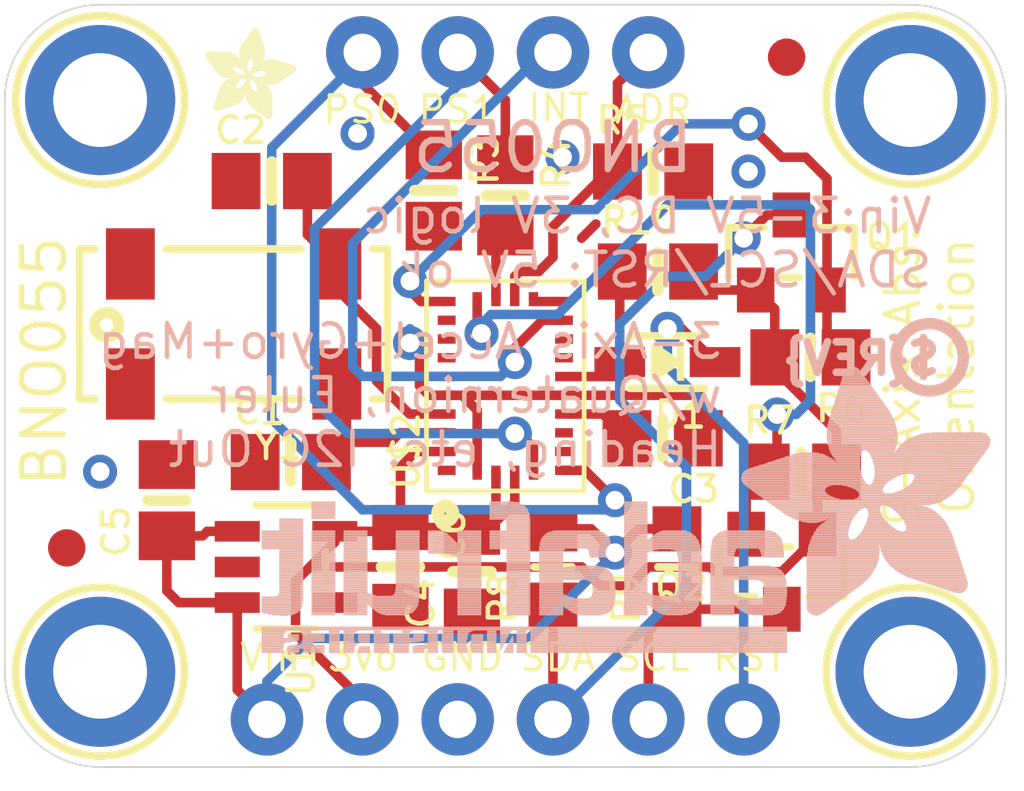
<source format=kicad_pcb>
(kicad_pcb (version 20240108) (generator "pcbnew") (generator_version "8.0")
  (layers (0 "F.Cu" signal) (31 "B.Cu" signal) (34 "B.Paste" user) (35 "F.Paste" user) (36 "B.SilkS" user "B.Silkscreen") (37 "F.SilkS" user "F.Silkscreen") (38 "B.Mask" user) (39 "F.Mask" user) (44 "Edge.Cuts" user))
  (net 0 "")
  (net 1 "PS1_3V")
  (net 2 "PS0_3V")
  (net 3 "NRESET_3V")
  (net 4 "INT_3V")
  (net 5 "GND")
  (net 6 "I2CADDR_3V")
  (net 7 "SDA_3V")
  (net 8 "SCL_3V")
  (net 9 "N$1")
  (net 10 "N$2")
  (net 11 "N$3")
  (net 12 "5.0V")
  (net 13 "SDA_5V")
  (net 14 "SCL_5V")
  (net 15 "3.3V")
  (net 16 "RST_5V")
  (footprint "Adafruit BNO055:SOT23-5" (layer "F.Cu") (at 142.6591 109.8296 -90)
    (property "Reference" "U1" (at 1.978 0 90) (layer "F.SilkS") (effects (font (size 0.692831 0.692831) (thickness 0.119969)) (justify right top)))
    (property "Value" "MIC5225-3.3")
    (pad "1" smd rect (at -0.95 1.3001 270) (size 0.55 1.2) (layers "F.Cu" "F.Paste" "F.Mask") (net 12 "5.0V"))
    (pad "2" smd rect (at 0 1.3001 270) (size 0.55 1.2) (layers "F.Cu" "F.Paste" "F.Mask") (net 5 "GND"))
    (pad "3" smd rect (at 0.95 1.3001 270) (size 0.55 1.2) (layers "F.Cu" "F.Paste" "F.Mask") (net 12 "5.0V"))
    (pad "4" smd rect (at 0.95 -1.3001 270) (size 0.55 1.2) (layers "F.Cu" "F.Paste" "F.Mask"))
    (pad "5" smd rect (at -0.95 -1.3001 270) (size 0.55 1.2) (layers "F.Cu" "F.Paste" "F.Mask") (net 15 "3.3V"))
  )
  (footprint "Adafruit BNO055:MOUNTINGHOLE_2.5_PLATED_THICK" (layer "F.Cu") (at 137.7061 97.3836)
    (property "Reference" "U$29" (hide yes))
    (property "Value" "MOUNTINGHOLE2.5_THICK" (hide yes))
    (pad "P$1" thru_hole circle (at 0 0) (size 4 4) (drill 2.5) (layers "*.Cu" "*.Mask"))
  )
  (footprint "Adafruit BNO055:0805-NO" (layer "F.Cu") (at 152.5651 101.9556)
    (property "Reference" "R10" (at -1.5875 -0.9525 0) (layer "F.SilkS") (effects (font (size 0.692831 0.692831) (thickness 0.119969)) (justify left bottom)))
    (property "Value" "10K")
    (pad "1" smd rect (at -0.95 0) (size 1.3 1.5) (layers "F.Cu" "F.Paste" "F.Mask") (net 3 "NRESET_3V"))
    (pad "2" smd rect (at 0.95 0) (size 1.3 1.5) (layers "F.Cu" "F.Paste" "F.Mask") (net 15 "3.3V"))
  )
  (footprint "Adafruit BNO055:0805-NO" (layer "F.Cu") (at 152.4381 99.2886)
    (property "Reference" "R5" (at -1.5875 -0.9525 0) (layer "F.SilkS") (effects (font (size 0.692831 0.692831) (thickness 0.119969)) (justify left bottom)))
    (property "Value" "10K")
    (pad "1" smd rect (at -0.95 0) (size 1.3 1.5) (layers "F.Cu" "F.Paste" "F.Mask") (net 6 "I2CADDR_3V"))
    (pad "2" smd rect (at 0.95 0) (size 1.3 1.5) (layers "F.Cu" "F.Paste" "F.Mask") (net 5 "GND"))
  )
  (footprint "Adafruit BNO055:1X04_ROUND_76" (layer "F.Cu") (at 148.5011 96.1136)
    (property "Reference" "JP2" (hide yes))
    (property "Value" "")
    (pad "1" thru_hole circle (at -3.81 0 90) (size 1.9304 1.9304) (drill 1) (layers "*.Cu" "*.Mask") (net 2 "PS0_3V"))
    (pad "2" thru_hole circle (at -1.27 0 90) (size 1.9304 1.9304) (drill 1) (layers "*.Cu" "*.Mask") (net 1 "PS1_3V"))
    (pad "3" thru_hole circle (at 1.27 0 90) (size 1.9304 1.9304) (drill 1) (layers "*.Cu" "*.Mask") (net 4 "INT_3V"))
    (pad "4" thru_hole circle (at 3.81 0 90) (size 1.9304 1.9304) (drill 1) (layers "*.Cu" "*.Mask") (net 6 "I2CADDR_3V"))
  )
  (footprint "Adafruit BNO055:0805-NO" (layer "F.Cu") (at 142.7861 107.0356)
    (property "Reference" "C1" (at -1.5875 -0.9525 0) (layer "F.SilkS") (effects (font (size 0.692831 0.692831) (thickness 0.119969)) (justify left bottom)))
    (property "Value" "22pF")
    (pad "1" smd rect (at -0.95 0) (size 1.3 1.5) (layers "F.Cu" "F.Paste" "F.Mask") (net 5 "GND"))
    (pad "2" smd rect (at 0.95 0) (size 1.3 1.5) (layers "F.Cu" "F.Paste" "F.Mask") (net 9 "N$1"))
  )
  (footprint "Adafruit BNO055:0805_10MGAP" (layer "F.Cu") (at 147.6121 109.9566 90)
    (property "Reference" "C4" (at -1.5875 -0.9525 90) (layer "F.SilkS") (effects (font (size 0.692831 0.692831) (thickness 0.119969)) (justify left bottom)))
    (property "Value" "0.1uF")
    (pad "1" smd rect (at -1.05 0 90) (size 1.2 1.5) (layers "F.Cu" "F.Paste" "F.Mask") (net 5 "GND"))
    (pad "2" smd rect (at 1.05 0 90) (size 1.2 1.5) (layers "F.Cu" "F.Paste" "F.Mask") (net 15 "3.3V"))
  )
  (footprint "Adafruit BNO055:0805-NO" (layer "F.Cu") (at 139.4841 108.0516 90)
    (property "Reference" "C5" (at -1.5875 -0.9525 90) (layer "F.SilkS") (effects (font (size 0.692831 0.692831) (thickness 0.119969)) (justify left bottom)))
    (property "Value" "10uF")
    (pad "1" smd rect (at -0.95 0 90) (size 1.3 1.5) (layers "F.Cu" "F.Paste" "F.Mask") (net 12 "5.0V"))
    (pad "2" smd rect (at 0.95 0 90) (size 1.3 1.5) (layers "F.Cu" "F.Paste" "F.Mask") (net 5 "GND"))
  )
  (footprint "Adafruit BNO055:ADAFRUIT_2.5MM" (layer "F.Cu") (at 140.5001 97.8916)
    (property "Reference" "U$33" (hide yes))
    (property "Value" "" (hide yes))
  )
  (footprint "Adafruit BNO055:_0805MP" (layer "F.Cu") (at 153.0731 109.8296 90)
    (property "Reference" "R9" (at -1.5875 -0.9525 90) (layer "F.SilkS") (effects (font (size 0.692831 0.692831) (thickness 0.119969)) (justify left bottom)))
    (property "Value" "10K")
    (pad "1" smd rect (at -1.016 0 90) (size 1.2 1.3) (layers "F.Cu" "F.Paste" "F.Mask") (net 14 "SCL_5V"))
    (pad "2" smd rect (at 1.016 0 90) (size 1.2 1.3) (layers "F.Cu" "F.Paste" "F.Mask") (net 12 "5.0V"))
  )
  (footprint "Adafruit BNO055:SOT23-WIDE" (layer "F.Cu") (at 156.1211 101.4476)
    (property "Reference" "Q1" (at 1.905 0 0) (layer "F.SilkS") (effects (font (size 0.692831 0.692831) (thickness 0.119969)) (justify left bottom)))
    (property "Value" "BSS138")
    (pad "1" smd rect (at -0.95 1) (size 1 1.2) (layers "F.Cu" "F.Paste" "F.Mask") (net 15 "3.3V"))
    (pad "2" smd rect (at 0.95 1) (size 1 1.2) (layers "F.Cu" "F.Paste" "F.Mask") (net 7 "SDA_3V"))
    (pad "3" smd rect (at 0 -1) (size 1 1.2) (layers "F.Cu" "F.Paste" "F.Mask") (net 13 "SDA_5V"))
  )
  (footprint "Adafruit BNO055:1X06_ROUND_76" (layer "F.Cu") (at 148.5011 113.8936)
    (property "Reference" "JP1" (hide yes))
    (property "Value" "")
    (pad "1" thru_hole circle (at -6.35 0 90) (size 1.9304 1.9304) (drill 1) (layers "*.Cu" "*.Mask") (net 12 "5.0V"))
    (pad "2" thru_hole circle (at -3.81 0 90) (size 1.9304 1.9304) (drill 1) (layers "*.Cu" "*.Mask") (net 15 "3.3V"))
    (pad "3" thru_hole circle (at -1.27 0 90) (size 1.9304 1.9304) (drill 1) (layers "*.Cu" "*.Mask") (net 5 "GND"))
    (pad "4" thru_hole circle (at 1.27 0 90) (size 1.9304 1.9304) (drill 1) (layers "*.Cu" "*.Mask") (net 13 "SDA_5V"))
    (pad "5" thru_hole circle (at 3.81 0 90) (size 1.9304 1.9304) (drill 1) (layers "*.Cu" "*.Mask") (net 14 "SCL_5V"))
    (pad "6" thru_hole circle (at 6.35 0 90) (size 1.9304 1.9304) (drill 1) (layers "*.Cu" "*.Mask") (net 16 "RST_5V"))
  )
  (footprint "Adafruit BNO055:MOUNTINGHOLE_2.5_PLATED_THICK" (layer "F.Cu") (at 137.7061 112.6236)
    (property "Reference" "U$30" (hide yes))
    (property "Value" "MOUNTINGHOLE2.5_THICK" (hide yes))
    (pad "P$1" thru_hole circle (at 0 0) (size 4 4) (drill 2.5) (layers "*.Cu" "*.Mask"))
  )
  (footprint "Adafruit BNO055:0805-NO" (layer "F.Cu") (at 156.6291 104.2416 180)
    (property "Reference" "R6" (at -1.5875 -0.9525 0) (layer "F.SilkS") (effects (font (size 0.692831 0.692831) (thickness 0.119969)) (justify right top)))
    (property "Value" "10K")
    (pad "1" smd rect (at -0.95 0 180) (size 1.3 1.5) (layers "F.Cu" "F.Paste" "F.Mask") (net 7 "SDA_3V"))
    (pad "2" smd rect (at 0.95 0 180) (size 1.3 1.5) (layers "F.Cu" "F.Paste" "F.Mask") (net 15 "3.3V"))
  )
  (footprint "Adafruit BNO055:0805-NO" (layer "F.Cu") (at 148.5011 99.9236 -90)
    (property "Reference" "R4" (at -1.5875 -0.9525 90) (layer "F.SilkS") (effects (font (size 0.692831 0.692831) (thickness 0.119969)) (justify right top)))
    (property "Value" "10K")
    (pad "1" smd rect (at -0.95 0 270) (size 1.3 1.5) (layers "F.Cu" "F.Paste" "F.Mask") (net 1 "PS1_3V"))
    (pad "2" smd rect (at 0.95 0 270) (size 1.3 1.5) (layers "F.Cu" "F.Paste" "F.Mask") (net 5 "GND"))
  )
  (footprint "Adafruit BNO055:CRYSTAL_8X3.8" (layer "F.Cu") (at 141.2621 103.3526 180)
    (property "Reference" "Y1" (at -1.9 -2.854 0) (layer "F.SilkS") (effects (font (size 0.692831 0.692831) (thickness 0.119969)) (justify right top)))
    (property "Value" "32.768kHz")
    (pad "P$1" smd rect (at -2.75 1.6 180) (size 1.3 1.9) (layers "F.Cu" "F.Paste" "F.Mask") (net 10 "N$2"))
    (pad "P$2" smd rect (at 2.75 1.6 180) (size 1.3 1.9) (layers "F.Cu" "F.Paste" "F.Mask"))
    (pad "P$3" smd rect (at 2.75 -1.6 180) (size 1.3 1.9) (layers "F.Cu" "F.Paste" "F.Mask"))
    (pad "P$4" smd rect (at -2.75 -1.6 180) (size 1.3 1.9) (layers "F.Cu" "F.Paste" "F.Mask") (net 9 "N$1"))
  )
  (footprint "Adafruit BNO055:FIDUCIAL_1MM" (layer "F.Cu") (at 136.8171 109.3216)
    (property "Reference" "FID2" (hide yes))
    (property "Value" "FIDUCIAL\"\"" (hide yes))
    (pad "1" smd roundrect (at 0 0) (size 1 1) (layers "F.Cu" "F.Mask") (roundrect_rratio 0.5))
  )
  (footprint "Adafruit BNO055:FIDUCIAL_1MM" (layer "F.Cu") (at 155.9941 96.2406)
    (property "Reference" "FID1" (hide yes))
    (property "Value" "FIDUCIAL\"\"" (hide yes))
    (pad "1" smd roundrect (at 0 0) (size 1 1) (layers "F.Cu" "F.Mask") (roundrect_rratio 0.5))
  )
  (footprint "Adafruit BNO055:0805-NO" (layer "F.Cu") (at 142.2781 99.5426)
    (property "Reference" "C2" (at -1.5875 -0.9525 0) (layer "F.SilkS") (effects (font (size 0.692831 0.692831) (thickness 0.119969)) (justify left bottom)))
    (property "Value" "22pF")
    (pad "1" smd rect (at -0.95 0) (size 1.3 1.5) (layers "F.Cu" "F.Paste" "F.Mask") (net 5 "GND"))
    (pad "2" smd rect (at 0.95 0) (size 1.3 1.5) (layers "F.Cu" "F.Paste" "F.Mask") (net 10 "N$2"))
  )
  (footprint "Adafruit BNO055:SOD-323" (layer "F.Cu") (at 152.8191 104.3686 180)
    (property "Reference" "D1" (at -1.1 -1 0) (layer "F.SilkS") (effects (font (size 0.692831 0.692831) (thickness 0.119969)) (justify right top)))
    (property "Value" "1n4148")
    (pad "A" smd rect (at 1.27 0 180) (size 1.35 0.8) (layers "F.Cu" "F.Paste" "F.Mask") (net 3 "NRESET_3V"))
    (pad "C" smd rect (at -1.27 0 180) (size 1.35 0.8) (layers "F.Cu" "F.Paste" "F.Mask") (net 16 "RST_5V"))
  )
  (footprint "Adafruit BNO055:_0805MP" (layer "F.Cu") (at 149.7711 109.8296 90)
    (property "Reference" "R8" (at -1.5875 -0.9525 90) (layer "F.SilkS") (effects (font (size 0.692831 0.692831) (thickness 0.119969)) (justify left bottom)))
    (property "Value" "10K")
    (pad "1" smd rect (at -1.016 0 90) (size 1.2 1.3) (layers "F.Cu" "F.Paste" "F.Mask") (net 13 "SDA_5V"))
    (pad "2" smd rect (at 1.016 0 90) (size 1.2 1.3) (layers "F.Cu" "F.Paste" "F.Mask") (net 12 "5.0V"))
  )
  (footprint "Adafruit BNO055:MOUNTINGHOLE_2.5_PLATED_THICK" (layer "F.Cu") (at 159.2961 112.6236)
    (property "Reference" "U$32" (hide yes))
    (property "Value" "MOUNTINGHOLE2.5_THICK" (hide yes))
    (pad "P$1" thru_hole circle (at 0 0) (size 4 4) (drill 2.5) (layers "*.Cu" "*.Mask"))
  )
  (footprint "Adafruit BNO055:BNO055" (layer "F.Cu") (at 148.5011 105.0036 90)
    (property "Reference" "U$2" (at -2.84 -2.248 90) (layer "F.SilkS") (effects (font (size 0.692831 0.692831) (thickness 0.119969)) (justify left bottom)))
    (property "Value" "BNO055")
    (pad "1" smd rect (at -2.25 -1.5625 90) (size 0.25 0.475) (layers "F.Cu" "F.Paste" "F.Mask"))
    (pad "2" smd rect (at -2.3125 -0.75 90) (size 0.375 0.25) (layers "F.Cu" "F.Paste" "F.Mask") (net 5 "GND"))
    (pad "3" smd rect (at -2.3125 -0.25 90) (size 0.375 0.25) (layers "F.Cu" "F.Paste" "F.Mask") (net 15 "3.3V"))
    (pad "4" smd rect (at -2.3125 0.25 90) (size 0.375 0.25) (layers "F.Cu" "F.Paste" "F.Mask") (net 15 "3.3V"))
    (pad "5" smd rect (at -2.3125 0.75 90) (size 0.375 0.25) (layers "F.Cu" "F.Paste" "F.Mask") (net 1 "PS1_3V"))
    (pad "6" smd rect (at -2.25 1.5625 90) (size 0.25 0.475) (layers "F.Cu" "F.Paste" "F.Mask") (net 2 "PS0_3V"))
    (pad "7" smd rect (at -1.75 1.5625 90) (size 0.25 0.475) (layers "F.Cu" "F.Paste" "F.Mask"))
    (pad "8" smd rect (at -1.25 1.5625 90) (size 0.25 0.475) (layers "F.Cu" "F.Paste" "F.Mask"))
    (pad "9" smd rect (at -0.75 1.5625 90) (size 0.25 0.475) (layers "F.Cu" "F.Paste" "F.Mask") (net 11 "N$3"))
    (pad "10" smd rect (at -0.25 1.5625 90) (size 0.25 0.475) (layers "F.Cu" "F.Paste" "F.Mask") (net 5 "GND"))
    (pad "11" smd rect (at 0.25 1.5625 90) (size 0.25 0.475) (layers "F.Cu" "F.Paste" "F.Mask") (net 3 "NRESET_3V"))
    (pad "12" smd rect (at 0.75 1.5625 90) (size 0.25 0.475) (layers "F.Cu" "F.Paste" "F.Mask"))
    (pad "13" smd rect (at 1.25 1.5625 90) (size 0.25 0.475) (layers "F.Cu" "F.Paste" "F.Mask"))
    (pad "14" smd rect (at 1.75 1.5625 90) (size 0.25 0.475) (layers "F.Cu" "F.Paste" "F.Mask") (net 4 "INT_3V"))
    (pad "15" smd rect (at 2.25 1.5625 90) (size 0.25 0.475) (layers "F.Cu" "F.Paste" "F.Mask") (net 5 "GND"))
    (pad "16" smd rect (at 2.3125 0.75 90) (size 0.375 0.25) (layers "F.Cu" "F.Paste" "F.Mask") (net 5 "GND"))
    (pad "17" smd rect (at 2.3125 0.25 90) (size 0.375 0.25) (layers "F.Cu" "F.Paste" "F.Mask") (net 6 "I2CADDR_3V"))
    (pad "18" smd rect (at 2.3125 -0.25 90) (size 0.375 0.25) (layers "F.Cu" "F.Paste" "F.Mask") (net 5 "GND"))
    (pad "19" smd rect (at 2.3125 -0.75 90) (size 0.375 0.25) (layers "F.Cu" "F.Paste" "F.Mask") (net 8 "SCL_3V"))
    (pad "20" smd rect (at 2.25 -1.5625 90) (size 0.25 0.475) (layers "F.Cu" "F.Paste" "F.Mask") (net 7 "SDA_3V"))
    (pad "21" smd rect (at 1.75 -1.5625 90) (size 0.25 0.475) (layers "F.Cu" "F.Paste" "F.Mask"))
    (pad "22" smd rect (at 1.25 -1.5625 90) (size 0.25 0.475) (layers "F.Cu" "F.Paste" "F.Mask"))
    (pad "23" smd rect (at 0.75 -1.5625 90) (size 0.25 0.475) (layers "F.Cu" "F.Paste" "F.Mask"))
    (pad "24" smd rect (at 0.25 -1.5625 90) (size 0.25 0.475) (layers "F.Cu" "F.Paste" "F.Mask"))
    (pad "25" smd rect (at -0.25 -1.5625 90) (size 0.25 0.475) (layers "F.Cu" "F.Paste" "F.Mask") (net 5 "GND"))
    (pad "26" smd rect (at -0.75 -1.5625 90) (size 0.25 0.475) (layers "F.Cu" "F.Paste" "F.Mask") (net 10 "N$2"))
    (pad "27" smd rect (at -1.25 -1.5625 90) (size 0.25 0.475) (layers "F.Cu" "F.Paste" "F.Mask") (net 9 "N$1"))
    (pad "28" smd rect (at -1.75 -1.5625 90) (size 0.25 0.475) (layers "F.Cu" "F.Paste" "F.Mask") (net 15 "3.3V"))
  )
  (footprint "Adafruit BNO055:MOUNTINGHOLE_2.5_PLATED_THICK" (layer "F.Cu") (at 159.2961 97.3836)
    (property "Reference" "U$31" (hide yes))
    (property "Value" "MOUNTINGHOLE2.5_THICK" (hide yes))
    (pad "P$1" thru_hole circle (at 0 0) (size 4 4) (drill 2.5) (layers "*.Cu" "*.Mask"))
  )
  (footprint "Adafruit BNO055:SOT23-WIDE" (layer "F.Cu") (at 155.8671 109.9566 180)
    (property "Reference" "Q2" (at 1.905 0 0) (layer "F.SilkS") (effects (font (size 0.692831 0.692831) (thickness 0.119969)) (justify right top)))
    (property "Value" "BSS138")
    (pad "1" smd rect (at -0.95 1 180) (size 1 1.2) (layers "F.Cu" "F.Paste" "F.Mask") (net 15 "3.3V"))
    (pad "2" smd rect (at 0.95 1 180) (size 1 1.2) (layers "F.Cu" "F.Paste" "F.Mask") (net 8 "SCL_3V"))
    (pad "3" smd rect (at 0 -1 180) (size 1 1.2) (layers "F.Cu" "F.Paste" "F.Mask") (net 14 "SCL_5V"))
  )
  (footprint "Adafruit BNO055:0805-NO" (layer "F.Cu") (at 146.5961 99.7966 -90)
    (property "Reference" "R3" (at -1.5875 -0.9525 90) (layer "F.SilkS") (effects (font (size 0.692831 0.692831) (thickness 0.119969)) (justify right top)))
    (property "Value" "10K")
    (pad "1" smd rect (at -0.95 0 270) (size 1.3 1.5) (layers "F.Cu" "F.Paste" "F.Mask") (net 2 "PS0_3V"))
    (pad "2" smd rect (at 0.95 0 270) (size 1.3 1.5) (layers "F.Cu" "F.Paste" "F.Mask") (net 5 "GND"))
  )
  (footprint "Adafruit BNO055:0805-NO" (layer "F.Cu") (at 152.6921 106.4006 180)
    (property "Reference" "C3" (at -1.5875 -0.9525 0) (layer "F.SilkS") (effects (font (size 0.692831 0.692831) (thickness 0.119969)) (justify right top)))
    (property "Value" "0.1uF")
    (pad "1" smd rect (at -0.95 0 180) (size 1.3 1.5) (layers "F.Cu" "F.Paste" "F.Mask") (net 5 "GND"))
    (pad "2" smd rect (at 0.95 0 180) (size 1.3 1.5) (layers "F.Cu" "F.Paste" "F.Mask") (net 11 "N$3"))
  )
  (footprint "Adafruit BNO055:0805-NO" (layer "F.Cu") (at 156.3751 107.2896)
    (property "Reference" "R7" (at -1.5875 -0.9525 0) (layer "F.SilkS") (effects (font (size 0.692831 0.692831) (thickness 0.119969)) (justify left bottom)))
    (property "Value" "10K")
    (pad "1" smd rect (at -0.95 0) (size 1.3 1.5) (layers "F.Cu" "F.Paste" "F.Mask") (net 8 "SCL_3V"))
    (pad "2" smd rect (at 0.95 0) (size 1.3 1.5) (layers "F.Cu" "F.Paste" "F.Mask") (net 15 "3.3V"))
  )
  (footprint "Adafruit BNO055:0805_10MGAP" (layer "F.Cu") (at 145.7071 109.8296 -90)
    (property "Reference" "C6" (at -1.5875 -0.9525 90) (layer "F.SilkS") (effects (font (size 0.692831 0.692831) (thickness 0.119969)) (justify right top)))
    (property "Value" "10uF")
    (pad "1" smd rect (at -1.05 0 270) (size 1.2 1.5) (layers "F.Cu" "F.Paste" "F.Mask") (net 15 "3.3V"))
    (pad "2" smd rect (at 1.05 0 270) (size 1.2 1.5) (layers "F.Cu" "F.Paste" "F.Mask") (net 5 "GND"))
  )
  (footprint "Adafruit BNO055:ADAFRUIT_TEXT_20MM" (layer "B.Cu") (at 161.5821 112.1156 180)
    (property "Reference" "U$28" (hide yes))
    (property "Value" "" (hide yes))
  )
  (footprint "Adafruit BNO055:PCBFEAT-REV-040" (layer "B.Cu") (at 159.8041 104.2416 180)
    (property "Reference" "U$3" (hide yes))
    (property "Value" "" (hide yes))
    (fp_text user "${REV}" (at -0.3556 -0.508 0) (layer "B.SilkS") (effects (font (size 0.8128 0.8128) (thickness 0.2032)) (justify left bottom mirror)))
  )
  (gr_line (start 137.7061 94.8436) (end 159.2961 94.8436) (stroke (width 0.05)) (layer "Edge.Cuts"))
  (gr_arc (start 135.1661 97.3836) (mid 135.910049 95.587549) (end 137.7061 94.8436) (stroke (width 0.05)) (layer "Edge.Cuts"))
  (gr_line (start 159.2961 115.1636) (end 137.7061 115.1636) (stroke (width 0.05)) (layer "Edge.Cuts"))
  (gr_arc (start 161.8361 112.6236) (mid 161.092151 114.419651) (end 159.2961 115.1636) (stroke (width 0.05)) (layer "Edge.Cuts"))
  (gr_line (start 161.8361 97.3836) (end 161.8361 112.6236) (stroke (width 0.05)) (layer "Edge.Cuts"))
  (gr_arc (start 137.7061 115.1636) (mid 135.910049 114.419651) (end 135.1661 112.6236) (stroke (width 0.05)) (layer "Edge.Cuts"))
  (gr_line (start 135.1661 112.6236) (end 135.1661 97.3836) (stroke (width 0.05)) (layer "Edge.Cuts"))
  (gr_arc (start 159.2961 94.8436) (mid 161.092151 95.587549) (end 161.8361 97.3836) (stroke (width 0.05)) (layer "Edge.Cuts"))
  (gr_text "Vin:3-5V DC, 3V logic\nSDA/SCL/RST: 5V ok" (at 159.9311 101.1936 0) (layer "B.SilkS") (effects (font (size 0.89408 0.89408) (thickness 0.12192)) (justify left mirror)))
  (gr_text "BNO055" (at 149.7711 98.6536 0) (layer "B.SilkS") (effects (font (size 1.251712 1.251712) (thickness 0.170688)) (justify mirror)))
  (gr_text "3-Axis Accel+Gyro+Mag\nw/Quaternion, Euler\nHeading, etc. I2C Out" (at 154.3431 105.2576 0) (layer "B.SilkS") (effects (font (size 0.89408 0.89408) (thickness 0.12192)) (justify left mirror)))
  (gr_text "INT" (at 149.9241 97.5896 0) (layer "F.SilkS") (effects (font (size 0.715264 0.715264) (thickness 0.097536))))
  (gr_text "RST" (at 155.0131 112.2426 0) (layer "F.SilkS") (effects (font (size 0.715264 0.715264) (thickness 0.097536))))
  (gr_text "SDA" (at 149.8931 112.2426 0) (layer "F.SilkS") (effects (font (size 0.715264 0.715264) (thickness 0.097536))))
  (gr_text "Vin" (at 142.2401 112.2426 0) (layer "F.SilkS") (effects (font (size 0.715264 0.715264) (thickness 0.097536))))
  (gr_text "3vo" (at 144.7131 112.2426 0) (layer "F.SilkS") (effects (font (size 0.715264 0.715264) (thickness 0.097536))))
  (gr_text "PS0" (at 144.6861 97.6376 0) (layer "F.SilkS") (effects (font (size 0.715264 0.715264) (thickness 0.097536))))
  (gr_text "9-Axis Abs.\nOrientation" (at 159.8041 104.7496 90) (layer "F.SilkS") (effects (font (size 0.89408 0.89408) (thickness 0.12192))))
  (gr_text "GND" (at 147.3531 112.2426 0) (layer "F.SilkS") (effects (font (size 0.715264 0.715264) (thickness 0.097536))))
  (gr_text "ADR" (at 152.4471 97.6376 0) (layer "F.SilkS") (effects (font (size 0.715264 0.715264) (thickness 0.097536))))
  (gr_text "PS1" (at 147.2261 97.6376 0) (layer "F.SilkS") (effects (font (size 0.715264 0.715264) (thickness 0.097536))))
  (gr_text "BNO055" (at 136.2161 104.3466 90) (layer "F.SilkS") (effects (font (size 1.1176 1.1176) (thickness 0.1524))))
  (gr_text "SCL" (at 152.4331 112.2426 0) (layer "F.SilkS") (effects (font (size 0.715264 0.715264) (thickness 0.097536))))
  (segment (start 148.8821 106.2736) (end 148.7551 106.2736) (width 0.254) (layer "F.Cu") (net 1))
  (segment (start 149.2511 107.3161) (end 149.2511 106.6426) (width 0.254) (layer "F.Cu") (net 1))
  (segment (start 148.5011 97.3836) (end 148.5011 98.9736) (width 0.254) (layer "F.Cu") (net 1))
  (segment (start 147.2311 96.1136) (end 148.5011 97.3836) (width 0.254) (layer "F.Cu") (net 1))
  (segment (start 149.2511 106.6426) (end 148.8821 106.2736) (width 0.254) (layer "F.Cu") (net 1))
  (via (at 148.7551 106.2736) (size 0.9064) (drill 0.5) (layers "F.Cu" "B.Cu") (net 1))
  (segment (start 143.4211 105.3846) (end 143.4211 100.8126) (width 0.254) (layer "B.Cu") (net 1))
  (segment (start 148.7551 106.2736) (end 144.3101 106.2736) (width 0.254) (layer "B.Cu") (net 1))
  (segment (start 143.4211 100.8126) (end 147.2311 97.0026) (width 0.254) (layer "B.Cu") (net 1))
  (segment (start 144.3101 106.2736) (end 143.4211 105.3846) (width 0.254) (layer "B.Cu") (net 1))
  (segment (start 147.2311 97.0026) (end 147.2311 96.1136) (width 0.254) (layer "B.Cu") (net 1))
  (segment (start 144.6911 96.1136) (end 144.6911 96.9416) (width 0.254) (layer "F.Cu") (net 2))
  (segment (start 150.6241 107.2536) (end 151.4221 108.0516) (width 0.254) (layer "F.Cu") (net 2))
  (segment (start 150.0636 107.2536) (end 150.6241 107.2536) (width 0.254) (layer "F.Cu") (net 2))
  (segment (start 144.6911 96.9416) (end 146.5961 98.8466) (width 0.254) (layer "F.Cu") (net 2))
  (via (at 151.4221 108.0516) (size 0.9064) (drill 0.5) (layers "F.Cu" "B.Cu") (net 2))
  (segment (start 142.2781 98.6536) (end 142.2781 105.8926) (width 0.254) (layer "B.Cu") (net 2))
  (segment (start 144.6911 96.2406) (end 142.2781 98.6536) (width 0.254) (layer "B.Cu") (net 2))
  (segment (start 144.6911 108.3056) (end 151.1681 108.3056) (width 0.254) (layer "B.Cu") (net 2))
  (segment (start 142.2781 105.8926) (end 144.6911 108.3056) (width 0.254) (layer "B.Cu") (net 2))
  (segment (start 144.6911 96.1136) (end 144.6911 96.2406) (width 0.254) (layer "B.Cu") (net 2))
  (segment (start 151.1681 108.3056) (end 151.4221 108.0516) (width 0.254) (layer "B.Cu") (net 2))
  (segment (start 151.4181 104.7536) (end 151.5491 104.6226) (width 0.254) (layer "F.Cu") (net 3))
  (segment (start 151.6151 101.9556) (end 151.5491 101.8896) (width 0.254) (layer "F.Cu") (net 3))
  (segment (start 151.5491 101.8896) (end 151.5491 104.3686) (width 0.254) (layer "F.Cu") (net 3))
  (segment (start 150.0636 104.7536) (end 151.4181 104.7536) (width 0.254) (layer "F.Cu") (net 3))
  (segment (start 151.5491 104.6226) (end 151.5491 104.3686) (width 0.254) (layer "F.Cu") (net 3))
  (segment (start 150.0636 103.2536) (end 149.4891 103.2536) (width 0.254) (layer "F.Cu") (net 4))
  (segment (start 148.7551 103.9876) (end 148.7551 104.3686) (width 0.254) (layer "F.Cu") (net 4))
  (segment (start 149.4891 103.2536) (end 148.7551 103.9876) (width 0.254) (layer "F.Cu") (net 4))
  (via (at 148.7551 104.3686) (size 0.9064) (drill 0.5) (layers "F.Cu" "B.Cu") (net 4))
  (segment (start 144.4371 101.1936) (end 149.5171 96.1136) (width 0.254) (layer "B.Cu") (net 4))
  (segment (start 144.6911 104.7496) (end 148.3741 104.7496) (width 0.254) (layer "B.Cu") (net 4))
  (segment (start 149.5171 96.1136) (end 149.7711 96.1136) (width 0.254) (layer "B.Cu") (net 4))
  (segment (start 144.6911 104.7496) (end 144.4371 104.4956) (width 0.254) (layer "B.Cu") (net 4))
  (segment (start 148.3741 104.7496) (end 148.7551 104.3686) (width 0.254) (layer "B.Cu") (net 4))
  (segment (start 144.4371 104.4956) (end 144.4371 101.1936) (width 0.254) (layer "B.Cu") (net 4))
  (segment (start 150.5331 101.0666) (end 150.9141 100.6856) (width 0.254) (layer "F.Cu") (net 5))
  (segment (start 153.7081 105.2576) (end 153.7081 106.3346) (width 0.254) (layer "F.Cu") (net 5))
  (segment (start 153.7041 105.2536) (end 153.7081 105.2576) (width 0.254) (layer "F.Cu") (net 5))
  (segment (start 148.2511 101.1236) (end 148.5011 100.8736) (width 0.254) (layer "F.Cu") (net 5))
  (segment (start 146.2151 105.0036) (end 146.2151 103.9876) (width 0.254) (layer "F.Cu") (net 5))
  (segment (start 149.2511 102.6911) (end 149.3136 102.7536) (width 0.254) (layer "F.Cu") (net 5))
  (segment (start 147.7511 105.6506) (end 147.4216 105.3211) (width 0.254) (layer "F.Cu") (net 5))
  (segment (start 149.3136 102.7536) (end 150.0636 102.7536) (width 0.254) (layer "F.Cu") (net 5))
  (segment (start 150.0636 105.2536) (end 153.7041 105.2536) (width 0.254) (layer "F.Cu") (net 5))
  (segment (start 153.0731 99.2886) (end 153.3881 99.2886) (width 0.254) (layer "F.Cu") (net 5))
  (segment (start 147.4891 105.2536) (end 147.4216 105.3211) (width 0.254) (layer "F.Cu") (net 5))
  (segment (start 146.9386 105.2536) (end 146.4651 105.2536) (width 0.254) (layer "F.Cu") (net 5))
  (segment (start 150.0636 105.2536) (end 147.4891 105.2536) (width 0.254) (layer "F.Cu") (net 5))
  (segment (start 153.7081 106.3346) (end 153.6421 106.4006) (width 0.254) (layer "F.Cu") (net 5))
  (segment (start 146.4651 105.2536) (end 146.2151 105.0036) (width 0.254) (layer "F.Cu") (net 5))
  (segment (start 147.4216 105.3211) (end 147.3541 105.2536) (width 0.254) (layer "F.Cu") (net 5))
  (segment (start 148.2511 102.6911) (end 148.2511 101.1236) (width 0.254) (layer "F.Cu") (net 5))
  (segment (start 147.7511 107.3161) (end 147.7511 105.6506) (width 0.254) (layer "F.Cu") (net 5))
  (segment (start 147.3541 105.2536) (end 146.9386 105.2536) (width 0.254) (layer "F.Cu") (net 5))
  (via (at 144.5641 98.2726) (size 0.9064) (drill 0.5) (layers "F.Cu" "B.Cu") (net 5))
  (via (at 150.0251 98.9076) (size 0.9064) (drill 0.5) (layers "F.Cu" "B.Cu") (net 5))
  (via (at 154.9781 99.2886) (size 0.9064) (drill 0.5) (layers "F.Cu" "B.Cu") (net 5))
  (via (at 137.7061 107.2896) (size 0.9064) (drill 0.5) (layers "F.Cu" "B.Cu") (net 5))
  (via (at 145.9611 103.8606) (size 0.9064) (drill 0.5) (layers "F.Cu" "B.Cu") (net 5))
  (segment (start 146.0881 103.6066) (end 145.9611 103.4796) (width 0.254) (layer "B.Cu") (net 5))
  (segment (start 149.3901 101.9556) (end 148.8821 101.9556) (width 0.254) (layer "F.Cu") (net 6))
  (segment (start 148.7511 102.0866) (end 148.7511 102.6911) (width 0.254) (layer "F.Cu") (net 6))
  (segment (start 151.2341 99.2886) (end 151.4881 99.2886) (width 0.254) (layer "F.Cu") (net 6))
  (segment (start 149.3901 101.9556) (end 149.7711 101.5746) (width 0.254) (layer "F.Cu") (net 6))
  (segment (start 149.7711 101.5746) (end 149.7711 100.7516) (width 0.254) (layer "F.Cu") (net 6))
  (segment (start 151.4881 96.9366) (end 152.3111 96.1136) (width 0.254) (layer "F.Cu") (net 6))
  (segment (start 148.8821 101.9556) (end 148.7511 102.0866) (width 0.254) (layer "F.Cu") (net 6))
  (segment (start 151.4881 99.2886) (end 151.4881 96.9366) (width 0.254) (layer "F.Cu") (net 6))
  (segment (start 149.7711 100.7516) (end 151.2341 99.2886) (width 0.254) (layer "F.Cu") (net 6))
  (segment (start 146.2511 102.7536) (end 145.9611 102.4636) (width 0.254) (layer "F.Cu") (net 7))
  (segment (start 157.0711 102.4476) (end 157.0711 99.4766) (width 0.254) (layer "F.Cu") (net 7))
  (segment (start 155.8671 98.9076) (end 154.9781 98.0186) (width 0.254) (layer "F.Cu") (net 7))
  (segment (start 146.9386 102.7536) (end 146.2511 102.7536) (width 0.254) (layer "F.Cu") (net 7))
  (segment (start 157.0711 103.7336) (end 157.0711 102.4476) (width 0.254) (layer "F.Cu") (net 7))
  (segment (start 145.9611 102.4636) (end 145.9611 102.2096) (width 0.254) (layer "F.Cu") (net 7))
  (segment (start 156.5021 98.9076) (end 155.8671 98.9076) (width 0.254) (layer "F.Cu") (net 7))
  (segment (start 157.5791 104.2416) (end 157.0711 103.7336) (width 0.254) (layer "F.Cu") (net 7))
  (segment (start 157.0711 99.4766) (end 156.5021 98.9076) (width 0.254) (layer "F.Cu") (net 7))
  (via (at 154.9781 98.0186) (size 0.9064) (drill 0.5) (layers "F.Cu" "B.Cu") (net 7))
  (via (at 145.9611 102.2096) (size 0.9064) (drill 0.5) (layers "F.Cu" "B.Cu") (net 7))
  (segment (start 150.9141 100.3046) (end 153.2001 98.0186) (width 0.254) (layer "B.Cu") (net 7))
  (segment (start 153.2001 98.0186) (end 154.9781 98.0186) (width 0.254) (layer "B.Cu") (net 7))
  (segment (start 147.8661 100.3046) (end 145.9611 102.2096) (width 0.254) (layer "B.Cu") (net 7))
  (segment (start 147.8661 100.3046) (end 150.9141 100.3046) (width 0.254) (layer "B.Cu") (net 7))
  (segment (start 155.7401 107.2236) (end 155.6741 107.2896) (width 0.254) (layer "F.Cu") (net 8))
  (segment (start 147.7511 102.6911) (end 147.7511 103.4916) (width 0.254) (layer "F.Cu") (net 8))
  (segment (start 154.9171 107.7976) (end 154.9171 108.9566) (width 0.254) (layer "F.Cu") (net 8))
  (segment (start 155.7401 105.7656) (end 155.7401 107.2236) (width 0.254) (layer "F.Cu") (net 8))
  (segment (start 147.7511 103.4916) (end 147.8661 103.6066) (width 0.254) (layer "F.Cu") (net 8))
  (segment (start 155.6741 107.2896) (end 155.4251 107.2896) (width 0.254) (layer "F.Cu") (net 8))
  (segment (start 155.4251 107.2896) (end 154.9171 107.7976) (width 0.254) (layer "F.Cu") (net 8))
  (via (at 147.8661 103.6066) (size 0.9064) (drill 0.5) (layers "F.Cu" "B.Cu") (net 8))
  (via (at 155.7401 105.7656) (size 0.9064) (drill 0.5) (layers "F.Cu" "B.Cu") (net 8))
  (segment (start 156.6291 105.3846) (end 156.2481 105.7656) (width 0.254) (layer "B.Cu") (net 8))
  (segment (start 148.1201 103.0986) (end 149.8981 103.0986) (width 0.254) (layer "B.Cu") (net 8))
  (segment (start 147.8661 103.6066) (end 147.8661 103.3526) (width 0.254) (layer "B.Cu") (net 8))
  (segment (start 156.5021 100.1776) (end 156.6291 100.3046) (width 0.254) (layer "B.Cu") (net 8))
  (segment (start 156.6291 100.3046) (end 156.6291 105.3846) (width 0.254) (layer "B.Cu") (net 8))
  (segment (start 156.2481 105.7656) (end 155.7401 105.7656) (width 0.254) (layer "B.Cu") (net 8))
  (segment (start 152.8191 100.1776) (end 156.5021 100.1776) (width 0.254) (layer "B.Cu") (net 8))
  (segment (start 147.8661 103.3526) (end 148.1201 103.0986) (width 0.254) (layer "B.Cu") (net 8))
  (segment (start 149.8981 103.0986) (end 152.8191 100.1776) (width 0.254) (layer "B.Cu") (net 8))
  (segment (start 144.0121 104.9526) (end 144.2661 105.2066) (width 0.254) (layer "F.Cu") (net 9))
  (segment (start 146.9386 106.2536) (end 145.6941 106.2536) (width 0.254) (layer "F.Cu") (net 9))
  (segment (start 145.4421 106.5056) (end 144.2661 106.5056) (width 0.254) (layer "F.Cu") (net 9))
  (segment (start 145.6941 106.2536) (end 145.4421 106.5056) (width 0.254) (layer "F.Cu") (net 9))
  (segment (start 144.2661 105.2066) (end 144.2661 106.5056) (width 0.254) (layer "F.Cu") (net 9))
  (segment (start 144.2661 106.5056) (end 143.7361 107.0356) (width 0.254) (layer "F.Cu") (net 9))
  (segment (start 145.0721 104.8766) (end 145.0721 103.4796) (width 0.254) (layer "F.Cu") (net 10))
  (segment (start 145.0721 103.4796) (end 144.0121 102.4196) (width 0.254) (layer "F.Cu") (net 10))
  (segment (start 143.2281 100.9686) (end 144.0121 101.7526) (width 0.254) (layer "F.Cu") (net 10))
  (segment (start 144.0121 102.4196) (end 144.0121 101.7526) (width 0.254) (layer "F.Cu") (net 10))
  (segment (start 145.9491 105.7536) (end 145.0721 104.8766) (width 0.254) (layer "F.Cu") (net 10))
  (segment (start 146.9386 105.7536) (end 145.9491 105.7536) (width 0.254) (layer "F.Cu") (net 10))
  (segment (start 143.2281 100.9686) (end 143.2281 99.5426) (width 0.254) (layer "F.Cu") (net 10))
  (segment (start 151.0951 105.7536) (end 151.7421 106.4006) (width 0.254) (layer "F.Cu") (net 11))
  (segment (start 150.0636 105.7536) (end 151.0951 105.7536) (width 0.254) (layer "F.Cu") (net 11))
  (segment (start 141.359 108.8796) (end 140.5611 108.8796) (width 0.254) (layer "F.Cu") (net 12))
  (segment (start 140.5611 108.8796) (end 140.4391 109.0016) (width 0.254) (layer "F.Cu") (net 12))
  (segment (start 139.7991 110.7796) (end 139.4841 110.4646) (width 0.254) (layer "F.Cu") (net 12))
  (segment (start 150.7871 108.8136) (end 151.4221 109.4486) (width 0.254) (layer "F.Cu") (net 12))
  (segment (start 139.4841 110.4646) (end 139.4841 109.0016) (width 0.254) (layer "F.Cu") (net 12))
  (segment (start 153.0731 108.8136) (end 152.0571 108.8136) (width 0.254) (layer "F.Cu") (net 12))
  (segment (start 152.0571 108.8136) (end 151.4221 109.4486) (width 0.254) (layer "F.Cu") (net 12))
  (segment (start 142.1511 113.8936) (end 141.359 113.1015) (width 0.254) (layer "F.Cu") (net 12))
  (segment (start 140.4391 109.0016) (end 139.4841 109.0016) (width 0.254) (layer "F.Cu") (net 12))
  (segment (start 141.359 113.1015) (end 141.359 110.7796) (width 0.254) (layer "F.Cu") (net 12))
  (segment (start 149.7711 108.8136) (end 150.7871 108.8136) (width 0.254) (layer "F.Cu") (net 12))
  (segment (start 141.359 110.7796) (end 139.7991 110.7796) (width 0.254) (layer "F.Cu") (net 12))
  (via (at 151.4221 109.4486) (size 0.9064) (drill 0.5) (layers "F.Cu" "B.Cu") (net 12))
  (segment (start 151.4221 109.4486) (end 149.1361 111.7346) (width 0.254) (layer "B.Cu") (net 12))
  (segment (start 149.1361 111.7346) (end 143.2941 111.7346) (width 0.254) (layer "B.Cu") (net 12))
  (segment (start 143.2941 111.7346) (end 142.1511 112.8776) (width 0.254) (layer "B.Cu") (net 12))
  (segment (start 142.1511 112.8776) (end 142.1511 113.8936) (width 0.254) (layer "B.Cu") (net 12))
  (segment (start 154.8511 101.0666) (end 155.4701 100.4476) (width 0.254) (layer "F.Cu") (net 13))
  (segment (start 149.7711 110.8456) (end 149.7711 113.8936) (width 0.254) (layer "F.Cu") (net 13))
  (segment (start 155.4701 100.4476) (end 156.1211 100.4476) (width 0.254) (layer "F.Cu") (net 13))
  (via (at 154.8511 101.0666) (size 0.9064) (drill 0.5) (layers "F.Cu" "B.Cu") (net 13))
  (segment (start 153.8351 102.0826) (end 154.8511 101.0666) (width 0.254) (layer "B.Cu") (net 13))
  (segment (start 153.3271 110.3376) (end 153.3271 107.1626) (width 0.254) (layer "B.Cu") (net 13))
  (segment (start 151.5491 105.3846) (end 151.5491 103.3526) (width 0.254) (layer "B.Cu") (net 13))
  (segment (start 149.7711 113.8936) (end 153.3271 110.3376) (width 0.254) (layer "B.Cu") (net 13))
  (segment (start 153.3271 107.1626) (end 151.5491 105.3846) (width 0.254) (layer "B.Cu") (net 13))
  (segment (start 152.8191 102.0826) (end 153.8351 102.0826) (width 0.254) (layer "B.Cu") (net 13))
  (segment (start 151.5491 103.3526) (end 152.8191 102.0826) (width 0.254) (layer "B.Cu") (net 13))
  (segment (start 153.0071 110.8456) (end 153.0731 110.8456) (width 0.254) (layer "F.Cu") (net 14))
  (segment (start 152.3111 111.5416) (end 153.0071 110.8456) (width 0.254) (layer "F.Cu") (net 14))
  (segment (start 153.1841 110.9566) (end 155.8671 110.9566) (width 0.254) (layer "F.Cu") (net 14))
  (segment (start 153.0731 110.8456) (end 153.1841 110.9566) (width 0.254) (layer "F.Cu") (net 14))
  (segment (start 152.3111 113.8936) (end 152.3111 111.5416) (width 0.254) (layer "F.Cu") (net 14))
  (segment (start 142.9131 110.2106) (end 143.2941 109.8296) (width 0.254) (layer "F.Cu") (net 15))
  (segment (start 156.8171 107.7976) (end 156.8171 108.9566) (width 0.254) (layer "F.Cu") (net 15))
  (segment (start 153.9621 109.8296) (end 154.0891 109.9566) (width 0.254) (layer "F.Cu") (net 15))
  (segment (start 146.1161 106.7536) (end 145.7071 107.1626) (width 0.254) (layer "F.Cu") (net 15))
  (segment (start 148.2511 108.6176) (end 148.7511 108.1176) (width 0.254) (layer "F.Cu") (net 15))
  (segment (start 148.7511 107.3161) (end 148.7511 108.1176) (width 0.254) (layer "F.Cu") (net 15))
  (segment (start 146.9386 106.7536) (end 146.1161 106.7536) (width 0.254) (layer "F.Cu") (net 15))
  (segment (start 154.0891 109.9566) (end 155.8671 109.9566) (width 0.254) (layer "F.Cu") (net 15))
  (segment (start 142.9131 111.6076) (end 142.9131 110.2106) (width 0.254) (layer "F.Cu") (net 15))
  (segment (start 157.3251 107.2896) (end 156.8171 107.7976) (width 0.254) (layer "F.Cu") (net 15))
  (segment (start 155.1711 102.4476) (end 155.6791 102.9556) (width 0.254) (layer "F.Cu") (net 15))
  (segment (start 151.0411 110.3376) (end 151.8031 110.3376) (width 0.254) (layer "F.Cu") (net 15))
  (segment (start 154.0071 102.4476) (end 155.1711 102.4476) (width 0.254) (layer "F.Cu") (net 15))
  (segment (start 157.3251 106.2076) (end 157.3251 107.2896) (width 0.254) (layer "F.Cu") (net 15))
  (segment (start 151.8031 110.3376) (end 152.3111 109.8296) (width 0.254) (layer "F.Cu") (net 15))
  (segment (start 143.2941 109.8296) (end 150.5331 109.8296) (width 0.254) (layer "F.Cu") (net 15))
  (segment (start 143.9592 109.1645) (end 143.9592 108.8796) (width 0.254) (layer "F.Cu") (net 15))
  (segment (start 143.2941 109.8296) (end 143.9592 109.1645) (width 0.254) (layer "F.Cu") (net 15))
  (segment (start 148.2511 108.6176) (end 147.9621 108.9066) (width 0.254) (layer "F.Cu") (net 15))
  (segment (start 145.6071 108.8796) (end 145.7071 108.7796) (width 0.254) (layer "F.Cu") (net 15))
  (segment (start 148.2511 107.3161) (end 148.2511 108.6176) (width 0.254) (layer "F.Cu") (net 15))
  (segment (start 155.6791 102.9556) (end 155.6791 104.2416) (width 0.254) (layer "F.Cu") (net 15))
  (segment (start 157.1981 107.4166) (end 157.3251 107.2896) (width 0.254) (layer "F.Cu") (net 15))
  (segment (start 156.8171 109.0066) (end 156.8171 108.9566) (width 0.254) (layer "F.Cu") (net 15))
  (segment (start 144.6911 113.8936) (end 144.6911 113.3856) (width 0.254) (layer "F.Cu") (net 15))
  (segment (start 155.6791 104.5616) (end 157.3251 106.2076) (width 0.254) (layer "F.Cu") (net 15))
  (segment (start 153.5151 101.9556) (end 154.0071 102.4476) (width 0.254) (layer "F.Cu") (net 15))
  (segment (start 143.9592 108.8796) (end 145.6071 108.8796) (width 0.254) (layer "F.Cu") (net 15))
  (segment (start 155.6791 104.2416) (end 155.6791 104.5616) (width 0.254) (layer "F.Cu") (net 15))
  (segment (start 155.8671 109.9566) (end 156.8171 109.0066) (width 0.254) (layer "F.Cu") (net 15))
  (segment (start 147.4851 108.7796) (end 147.6121 108.9066) (width 0.254) (layer "F.Cu") (net 15))
  (segment (start 152.3111 109.8296) (end 153.9621 109.8296) (width 0.254) (layer "F.Cu") (net 15))
  (segment (start 144.6911 113.3856) (end 142.9131 111.6076) (width 0.254) (layer "F.Cu") (net 15))
  (segment (start 147.9621 108.9066) (end 147.6121 108.9066) (width 0.254) (layer "F.Cu") (net 15))
  (segment (start 145.7071 107.1626) (end 145.7071 108.7796) (width 0.254) (layer "F.Cu") (net 15))
  (segment (start 145.7071 108.7796) (end 147.4851 108.7796) (width 0.254) (layer "F.Cu") (net 15))
  (segment (start 150.5331 109.8296) (end 151.0411 110.3376) (width 0.254) (layer "F.Cu") (net 15))
  (segment (start 154.0891 104.3686) (end 153.2001 103.4796) (width 0.254) (layer "F.Cu") (net 16))
  (segment (start 153.2001 103.4796) (end 152.8191 103.4796) (width 0.254) (layer "F.Cu") (net 16))
  (via (at 152.8191 103.4796) (size 0.9064) (drill 0.5) (layers "F.Cu" "B.Cu") (net 16))
  (segment (start 154.8511 106.5276) (end 152.8191 104.4956) (width 0.254) (layer "B.Cu") (net 16))
  (segment (start 152.8191 104.4956) (end 152.8191 103.4796) (width 0.254) (layer "B.Cu") (net 16))
  (segment (start 154.8511 113.8936) (end 154.8511 106.5276) (width 0.254) (layer "B.Cu") (net 16))
)
</source>
